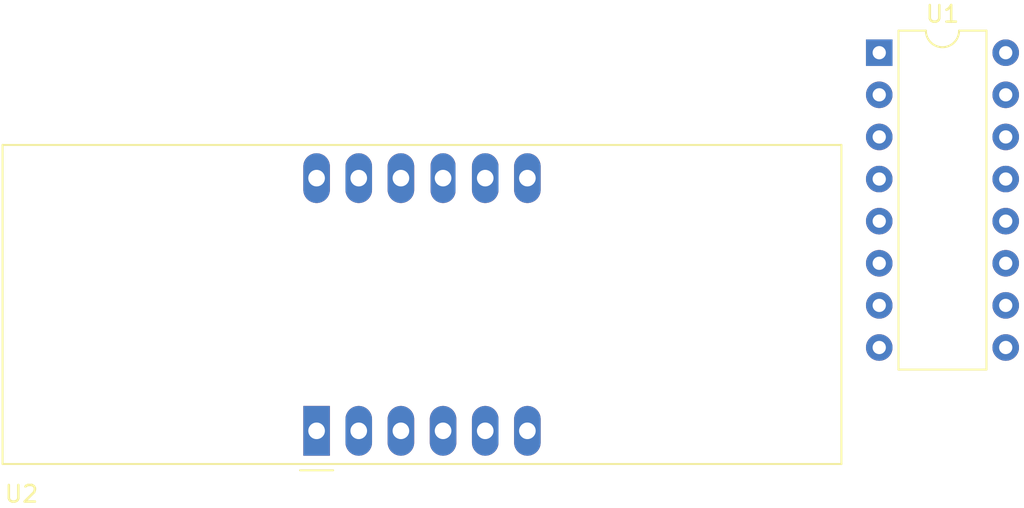
<source format=kicad_pcb>
(kicad_pcb (version 20171130) (host pcbnew 5.1.5+dfsg1-2build2)

  (general
    (thickness 1.6)
    (drawings 0)
    (tracks 0)
    (zones 0)
    (modules 2)
    (nets 21)
  )

  (page A4)
  (layers
    (0 F.Cu signal)
    (31 B.Cu signal)
    (32 B.Adhes user)
    (33 F.Adhes user)
    (34 B.Paste user)
    (35 F.Paste user)
    (36 B.SilkS user)
    (37 F.SilkS user)
    (38 B.Mask user)
    (39 F.Mask user)
    (40 Dwgs.User user)
    (41 Cmts.User user)
    (42 Eco1.User user)
    (43 Eco2.User user)
    (44 Edge.Cuts user)
    (45 Margin user)
    (46 B.CrtYd user)
    (47 F.CrtYd user)
    (48 B.Fab user)
    (49 F.Fab user)
  )

  (setup
    (last_trace_width 0.25)
    (trace_clearance 0.2)
    (zone_clearance 0.508)
    (zone_45_only no)
    (trace_min 0.2)
    (via_size 0.8)
    (via_drill 0.4)
    (via_min_size 0.4)
    (via_min_drill 0.3)
    (uvia_size 0.3)
    (uvia_drill 0.1)
    (uvias_allowed no)
    (uvia_min_size 0.2)
    (uvia_min_drill 0.1)
    (edge_width 0.05)
    (segment_width 0.2)
    (pcb_text_width 0.3)
    (pcb_text_size 1.5 1.5)
    (mod_edge_width 0.12)
    (mod_text_size 1 1)
    (mod_text_width 0.15)
    (pad_size 1.524 1.524)
    (pad_drill 0.762)
    (pad_to_mask_clearance 0.051)
    (solder_mask_min_width 0.25)
    (aux_axis_origin 0 0)
    (visible_elements FFFFFF7F)
    (pcbplotparams
      (layerselection 0x010fc_ffffffff)
      (usegerberextensions false)
      (usegerberattributes false)
      (usegerberadvancedattributes false)
      (creategerberjobfile false)
      (excludeedgelayer true)
      (linewidth 0.100000)
      (plotframeref false)
      (viasonmask false)
      (mode 1)
      (useauxorigin false)
      (hpglpennumber 1)
      (hpglpenspeed 20)
      (hpglpendiameter 15.000000)
      (psnegative false)
      (psa4output false)
      (plotreference true)
      (plotvalue true)
      (plotinvisibletext false)
      (padsonsilk false)
      (subtractmaskfromsilk false)
      (outputformat 1)
      (mirror false)
      (drillshape 1)
      (scaleselection 1)
      (outputdirectory ""))
  )

  (net 0 "")
  (net 1 "Net-(U1-Pad1)")
  (net 2 "Net-(U1-Pad9)")
  (net 3 "Net-(U1-Pad2)")
  (net 4 "Net-(U1-Pad10)")
  (net 5 "Net-(U1-Pad3)")
  (net 6 "Net-(U1-Pad11)")
  (net 7 "Net-(U1-Pad4)")
  (net 8 "Net-(U1-Pad12)")
  (net 9 "Net-(U1-Pad5)")
  (net 10 "Net-(U1-Pad13)")
  (net 11 "Net-(U1-Pad6)")
  (net 12 "Net-(U1-Pad14)")
  (net 13 "Net-(U1-Pad7)")
  (net 14 "Net-(U1-Pad15)")
  (net 15 "Net-(U1-Pad8)")
  (net 16 "Net-(U1-Pad16)")
  (net 17 "Net-(U2-Pad12)")
  (net 18 "Net-(U2-Pad9)")
  (net 19 "Net-(U2-Pad8)")
  (net 20 "Net-(U2-Pad6)")

  (net_class Default "This is the default net class."
    (clearance 0.2)
    (trace_width 0.25)
    (via_dia 0.8)
    (via_drill 0.4)
    (uvia_dia 0.3)
    (uvia_drill 0.1)
    (add_net "Net-(U1-Pad1)")
    (add_net "Net-(U1-Pad10)")
    (add_net "Net-(U1-Pad11)")
    (add_net "Net-(U1-Pad12)")
    (add_net "Net-(U1-Pad13)")
    (add_net "Net-(U1-Pad14)")
    (add_net "Net-(U1-Pad15)")
    (add_net "Net-(U1-Pad16)")
    (add_net "Net-(U1-Pad2)")
    (add_net "Net-(U1-Pad3)")
    (add_net "Net-(U1-Pad4)")
    (add_net "Net-(U1-Pad5)")
    (add_net "Net-(U1-Pad6)")
    (add_net "Net-(U1-Pad7)")
    (add_net "Net-(U1-Pad8)")
    (add_net "Net-(U1-Pad9)")
    (add_net "Net-(U2-Pad12)")
    (add_net "Net-(U2-Pad6)")
    (add_net "Net-(U2-Pad8)")
    (add_net "Net-(U2-Pad9)")
  )

  (module Package_DIP:DIP-16_W7.62mm (layer F.Cu) (tedit 5A02E8C5) (tstamp 5F3EEAB8)
    (at 162.195001 70.155001)
    (descr "16-lead though-hole mounted DIP package, row spacing 7.62 mm (300 mils)")
    (tags "THT DIP DIL PDIP 2.54mm 7.62mm 300mil")
    (path /5F3E9A2E)
    (fp_text reference U1 (at 3.81 -2.33) (layer F.SilkS)
      (effects (font (size 1 1) (thickness 0.15)))
    )
    (fp_text value 74HC595 (at 3.81 20.11) (layer F.Fab)
      (effects (font (size 1 1) (thickness 0.15)))
    )
    (fp_arc (start 3.81 -1.33) (end 2.81 -1.33) (angle -180) (layer F.SilkS) (width 0.12))
    (fp_line (start 1.635 -1.27) (end 6.985 -1.27) (layer F.Fab) (width 0.1))
    (fp_line (start 6.985 -1.27) (end 6.985 19.05) (layer F.Fab) (width 0.1))
    (fp_line (start 6.985 19.05) (end 0.635 19.05) (layer F.Fab) (width 0.1))
    (fp_line (start 0.635 19.05) (end 0.635 -0.27) (layer F.Fab) (width 0.1))
    (fp_line (start 0.635 -0.27) (end 1.635 -1.27) (layer F.Fab) (width 0.1))
    (fp_line (start 2.81 -1.33) (end 1.16 -1.33) (layer F.SilkS) (width 0.12))
    (fp_line (start 1.16 -1.33) (end 1.16 19.11) (layer F.SilkS) (width 0.12))
    (fp_line (start 1.16 19.11) (end 6.46 19.11) (layer F.SilkS) (width 0.12))
    (fp_line (start 6.46 19.11) (end 6.46 -1.33) (layer F.SilkS) (width 0.12))
    (fp_line (start 6.46 -1.33) (end 4.81 -1.33) (layer F.SilkS) (width 0.12))
    (fp_line (start -1.1 -1.55) (end -1.1 19.3) (layer F.CrtYd) (width 0.05))
    (fp_line (start -1.1 19.3) (end 8.7 19.3) (layer F.CrtYd) (width 0.05))
    (fp_line (start 8.7 19.3) (end 8.7 -1.55) (layer F.CrtYd) (width 0.05))
    (fp_line (start 8.7 -1.55) (end -1.1 -1.55) (layer F.CrtYd) (width 0.05))
    (fp_text user %R (at 3.81 8.89) (layer F.Fab)
      (effects (font (size 1 1) (thickness 0.15)))
    )
    (pad 1 thru_hole rect (at 0 0) (size 1.6 1.6) (drill 0.8) (layers *.Cu *.Mask)
      (net 1 "Net-(U1-Pad1)"))
    (pad 9 thru_hole oval (at 7.62 17.78) (size 1.6 1.6) (drill 0.8) (layers *.Cu *.Mask)
      (net 2 "Net-(U1-Pad9)"))
    (pad 2 thru_hole oval (at 0 2.54) (size 1.6 1.6) (drill 0.8) (layers *.Cu *.Mask)
      (net 3 "Net-(U1-Pad2)"))
    (pad 10 thru_hole oval (at 7.62 15.24) (size 1.6 1.6) (drill 0.8) (layers *.Cu *.Mask)
      (net 4 "Net-(U1-Pad10)"))
    (pad 3 thru_hole oval (at 0 5.08) (size 1.6 1.6) (drill 0.8) (layers *.Cu *.Mask)
      (net 5 "Net-(U1-Pad3)"))
    (pad 11 thru_hole oval (at 7.62 12.7) (size 1.6 1.6) (drill 0.8) (layers *.Cu *.Mask)
      (net 6 "Net-(U1-Pad11)"))
    (pad 4 thru_hole oval (at 0 7.62) (size 1.6 1.6) (drill 0.8) (layers *.Cu *.Mask)
      (net 7 "Net-(U1-Pad4)"))
    (pad 12 thru_hole oval (at 7.62 10.16) (size 1.6 1.6) (drill 0.8) (layers *.Cu *.Mask)
      (net 8 "Net-(U1-Pad12)"))
    (pad 5 thru_hole oval (at 0 10.16) (size 1.6 1.6) (drill 0.8) (layers *.Cu *.Mask)
      (net 9 "Net-(U1-Pad5)"))
    (pad 13 thru_hole oval (at 7.62 7.62) (size 1.6 1.6) (drill 0.8) (layers *.Cu *.Mask)
      (net 10 "Net-(U1-Pad13)"))
    (pad 6 thru_hole oval (at 0 12.7) (size 1.6 1.6) (drill 0.8) (layers *.Cu *.Mask)
      (net 11 "Net-(U1-Pad6)"))
    (pad 14 thru_hole oval (at 7.62 5.08) (size 1.6 1.6) (drill 0.8) (layers *.Cu *.Mask)
      (net 12 "Net-(U1-Pad14)"))
    (pad 7 thru_hole oval (at 0 15.24) (size 1.6 1.6) (drill 0.8) (layers *.Cu *.Mask)
      (net 13 "Net-(U1-Pad7)"))
    (pad 15 thru_hole oval (at 7.62 2.54) (size 1.6 1.6) (drill 0.8) (layers *.Cu *.Mask)
      (net 14 "Net-(U1-Pad15)"))
    (pad 8 thru_hole oval (at 0 17.78) (size 1.6 1.6) (drill 0.8) (layers *.Cu *.Mask)
      (net 15 "Net-(U1-Pad8)"))
    (pad 16 thru_hole oval (at 7.62 0) (size 1.6 1.6) (drill 0.8) (layers *.Cu *.Mask)
      (net 16 "Net-(U1-Pad16)"))
    (model ${KISYS3DMOD}/Package_DIP.3dshapes/DIP-16_W7.62mm.wrl
      (at (xyz 0 0 0))
      (scale (xyz 1 1 1))
      (rotate (xyz 0 0 0))
    )
  )

  (module apollo:5461AS-1 (layer F.Cu) (tedit 5F3E94AD) (tstamp 5F3EEAD9)
    (at 135.915001 68.83)
    (descr "4 digit 7 segment green LED, http://www.kingbright.com/attachments/file/psearch/000/00/00/CA56-12SURKWA(Ver.8A).pdf")
    (tags "4 digit 7 segment green LED")
    (path /5F3E9087)
    (fp_text reference U2 (at -25.4 27.94 180) (layer F.SilkS)
      (effects (font (size 1 1) (thickness 0.15)))
    )
    (fp_text value 5461AS-1 (at 17.78 27.94) (layer F.Fab)
      (effects (font (size 1 1) (thickness 0.15)))
    )
    (fp_text user %R (at -1.016 16.002) (layer F.Fab)
      (effects (font (size 1 1) (thickness 0.15)))
    )
    (fp_line (start -6.62 26.01) (end 23.88 26.01) (layer F.Fab) (width 0.1))
    (fp_line (start 23.88 26.01) (end 23.88 7.01) (layer F.Fab) (width 0.1))
    (fp_line (start -26.42 7.01) (end 23.88 7.01) (layer F.Fab) (width 0.1))
    (fp_line (start -26.42 26.01) (end -26.42 7.01) (layer F.Fab) (width 0.1))
    (fp_line (start -8.62 26.51) (end -6.62 26.51) (layer F.SilkS) (width 0.12))
    (fp_line (start 24.13 26.26) (end -26.67 26.26) (layer F.CrtYd) (width 0.05))
    (fp_line (start 24.13 6.76) (end 24.13 26.26) (layer F.CrtYd) (width 0.05))
    (fp_line (start -26.67 6.76) (end 24.13 6.76) (layer F.CrtYd) (width 0.05))
    (fp_line (start -26.67 26.26) (end -26.67 6.76) (layer F.CrtYd) (width 0.05))
    (fp_line (start -8.62 26.01) (end -26.42 26.01) (layer F.Fab) (width 0.1))
    (fp_line (start -7.62 25.01) (end -8.62 26.01) (layer F.Fab) (width 0.1))
    (fp_line (start -6.62 26.01) (end -7.62 25.01) (layer F.Fab) (width 0.1))
    (fp_line (start 24 6.89) (end -26.54 6.89) (layer F.SilkS) (width 0.12))
    (fp_line (start 24 26.13) (end 24 6.89) (layer F.SilkS) (width 0.12))
    (fp_line (start -26.54 26.13) (end 24 26.13) (layer F.SilkS) (width 0.12))
    (fp_line (start -26.54 26.13) (end -26.54 6.89) (layer F.SilkS) (width 0.12))
    (pad 12 thru_hole oval (at -7.62 8.89 90) (size 3 1.6) (drill 1) (layers *.Cu *.Mask)
      (net 17 "Net-(U2-Pad12)"))
    (pad 11 thru_hole oval (at -5.08 8.89 90) (size 3 1.6) (drill 1) (layers *.Cu *.Mask)
      (net 14 "Net-(U1-Pad15)"))
    (pad 10 thru_hole oval (at -2.54 8.89 90) (size 3 1.6) (drill 1) (layers *.Cu *.Mask)
      (net 9 "Net-(U1-Pad5)"))
    (pad 9 thru_hole oval (at 0 8.89 90) (size 3 1.5) (drill 1) (layers *.Cu *.Mask)
      (net 18 "Net-(U2-Pad9)"))
    (pad 8 thru_hole oval (at 2.54 8.89 90) (size 3 1.6) (drill 1) (layers *.Cu *.Mask)
      (net 19 "Net-(U2-Pad8)"))
    (pad 7 thru_hole oval (at 5.08 8.89 90) (size 3 1.6) (drill 1) (layers *.Cu *.Mask)
      (net 1 "Net-(U1-Pad1)"))
    (pad 6 thru_hole oval (at 5.08 24.13 90) (size 3 1.6) (drill 1) (layers *.Cu *.Mask)
      (net 20 "Net-(U2-Pad6)"))
    (pad 5 thru_hole oval (at 2.54 24.13 90) (size 3 1.6) (drill 1) (layers *.Cu *.Mask)
      (net 11 "Net-(U1-Pad6)"))
    (pad 4 thru_hole oval (at 0 24.13 90) (size 3 1.6) (drill 1) (layers *.Cu *.Mask)
      (net 3 "Net-(U1-Pad2)"))
    (pad 3 thru_hole oval (at -2.54 24.13 90) (size 3 1.6) (drill 1) (layers *.Cu *.Mask)
      (net 13 "Net-(U1-Pad7)"))
    (pad 2 thru_hole oval (at -5.08 24.13 90) (size 3 1.6) (drill 1) (layers *.Cu *.Mask)
      (net 5 "Net-(U1-Pad3)"))
    (pad 1 thru_hole rect (at -7.62 24.13 90) (size 3 1.6) (drill 1) (layers *.Cu *.Mask)
      (net 7 "Net-(U1-Pad4)"))
    (model ${KISYS3DMOD}/Display_7Segment.3dshapes/CA56-12SURKWA.wrl
      (at (xyz 0 0 0))
      (scale (xyz 1 1 1))
      (rotate (xyz 0 0 0))
    )
  )

)

</source>
